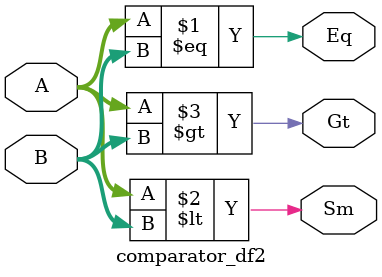
<source format=v>
module comparator_df2(input [3:0] A,B, output Gt,Sm,Eq);
assign {Gt,Sm,Eq} = {A>B,A<B,A==B};
endmodule
</source>
